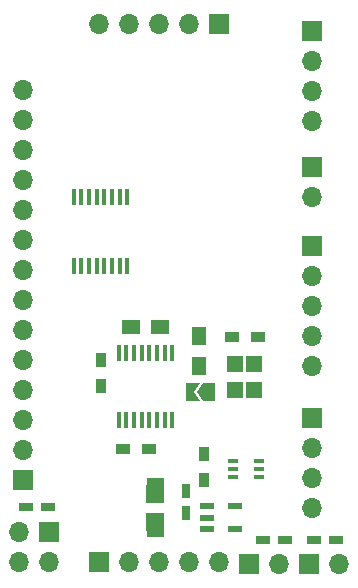
<source format=gts>
G04 #@! TF.GenerationSoftware,KiCad,Pcbnew,(5.1.6-0-10_14)*
G04 #@! TF.CreationDate,2021-04-27T13:26:49+09:00*
G04 #@! TF.ProjectId,qPCR-photosensing,71504352-2d70-4686-9f74-6f73656e7369,rev?*
G04 #@! TF.SameCoordinates,Original*
G04 #@! TF.FileFunction,Soldermask,Top*
G04 #@! TF.FilePolarity,Negative*
%FSLAX46Y46*%
G04 Gerber Fmt 4.6, Leading zero omitted, Abs format (unit mm)*
G04 Created by KiCad (PCBNEW (5.1.6-0-10_14)) date 2021-04-27 13:26:49*
%MOMM*%
%LPD*%
G01*
G04 APERTURE LIST*
%ADD10R,0.355600X1.473200*%
%ADD11R,1.500000X1.250000*%
%ADD12R,1.200000X0.750000*%
%ADD13R,0.750000X1.200000*%
%ADD14R,0.900000X1.200000*%
%ADD15R,1.200000X0.900000*%
%ADD16O,1.700000X1.700000*%
%ADD17R,1.700000X1.700000*%
%ADD18R,1.250000X1.500000*%
%ADD19R,1.270000X0.508000*%
%ADD20R,0.850001X0.399999*%
%ADD21R,1.400000X1.400000*%
%ADD22C,0.100000*%
%ADD23R,1.500000X1.500000*%
G04 APERTURE END LIST*
D10*
X95574999Y-84921000D03*
X94924998Y-84921000D03*
X94274999Y-84921000D03*
X93624998Y-84921000D03*
X92974999Y-84921000D03*
X92325001Y-84921000D03*
X91674999Y-84921000D03*
X91025001Y-84921000D03*
X91025001Y-79079000D03*
X91675002Y-79079000D03*
X92325001Y-79079000D03*
X92975002Y-79079000D03*
X93625001Y-79079000D03*
X94274999Y-79079000D03*
X94925001Y-79079000D03*
X95574999Y-79079000D03*
D11*
X98350000Y-90100000D03*
X95850000Y-90100000D03*
D12*
X113250000Y-108100000D03*
X111350000Y-108100000D03*
X86950000Y-105300000D03*
X88850000Y-105300000D03*
X108950000Y-108100000D03*
X107050000Y-108100000D03*
D13*
X100500000Y-103950000D03*
X100500000Y-105850000D03*
D14*
X93300000Y-95100000D03*
X93300000Y-92900000D03*
D15*
X95200000Y-100400000D03*
X97400000Y-100400000D03*
X106600000Y-90900000D03*
X104400000Y-90900000D03*
D10*
X99374999Y-97919400D03*
X98724998Y-97919400D03*
X98074999Y-97919400D03*
X97424998Y-97919400D03*
X96774999Y-97919400D03*
X96125001Y-97919400D03*
X95474999Y-97919400D03*
X94825001Y-97919400D03*
X94825001Y-92280600D03*
X95475002Y-92280600D03*
X96125001Y-92280600D03*
X96775002Y-92280600D03*
X97425001Y-92280600D03*
X98074999Y-92280600D03*
X98725001Y-92280600D03*
X99374999Y-92280600D03*
D16*
X86730000Y-69980000D03*
X86730000Y-72520000D03*
X86730000Y-75060000D03*
X86730000Y-77600000D03*
X86730000Y-80140000D03*
X86730000Y-82680000D03*
X86730000Y-85220000D03*
X86730000Y-87760000D03*
X86730000Y-90300000D03*
X86730000Y-92840000D03*
X86730000Y-95380000D03*
X86730000Y-97920000D03*
X86730000Y-100460000D03*
D17*
X86730000Y-103000000D03*
X110980000Y-110130000D03*
D16*
X113520000Y-110130000D03*
X86360000Y-110000000D03*
X86360000Y-107460000D03*
X88900000Y-110000000D03*
D17*
X88900000Y-107460000D03*
D18*
X101600000Y-93350000D03*
X101600000Y-90850000D03*
D16*
X111200000Y-93360000D03*
X111200000Y-90820000D03*
X111200000Y-88280000D03*
X111200000Y-85740000D03*
D17*
X111200000Y-83200000D03*
D16*
X111200000Y-79040000D03*
D17*
X111200000Y-76500000D03*
D16*
X111200000Y-105420000D03*
X111200000Y-102880000D03*
X111200000Y-100340000D03*
D17*
X111200000Y-97800000D03*
D16*
X103298000Y-110000000D03*
X100758000Y-110000000D03*
X98218000Y-110000000D03*
X95678000Y-110000000D03*
D17*
X93138000Y-110000000D03*
X103298000Y-64440000D03*
D16*
X100758000Y-64440000D03*
X98218000Y-64440000D03*
X95678000Y-64440000D03*
X93138000Y-64440000D03*
D17*
X105900000Y-110130000D03*
D16*
X108440000Y-110130000D03*
D19*
X104719200Y-105249999D03*
X104719200Y-107150001D03*
X102280800Y-107150001D03*
X102280800Y-106200000D03*
X102280800Y-105249999D03*
D20*
X104475001Y-101449999D03*
X104475001Y-102100000D03*
X104475001Y-102749999D03*
X106725002Y-102749999D03*
X106725002Y-102100000D03*
X106725002Y-101449999D03*
D21*
X104700000Y-93200000D03*
X104700000Y-95400000D03*
X106300000Y-95400000D03*
X106300000Y-93200000D03*
D22*
G36*
X100550000Y-94850000D02*
G01*
X101700000Y-94850000D01*
X101200000Y-95600000D01*
X101700000Y-96350000D01*
X100550000Y-96350000D01*
X100550000Y-94850000D01*
G37*
G36*
X101500000Y-95600000D02*
G01*
X102000000Y-94850000D01*
X103000000Y-94850000D01*
X103000000Y-96350000D01*
X102000000Y-96350000D01*
X101500000Y-95600000D01*
G37*
D14*
X102100000Y-103000000D03*
X102100000Y-100800000D03*
D16*
X111200000Y-72620000D03*
X111200000Y-70080000D03*
X111200000Y-67540000D03*
D17*
X111200000Y-65000000D03*
D23*
X97950000Y-104180000D03*
X97950000Y-106580000D03*
D22*
G36*
X97950000Y-106380000D02*
G01*
X98700000Y-106880000D01*
X98700000Y-107880000D01*
X97200000Y-107880000D01*
X97200000Y-106880000D01*
X97950000Y-106380000D01*
G37*
G36*
X97950000Y-104380000D02*
G01*
X97200000Y-103880000D01*
X97200000Y-102880000D01*
X98700000Y-102880000D01*
X98700000Y-103880000D01*
X97950000Y-104380000D01*
G37*
M02*

</source>
